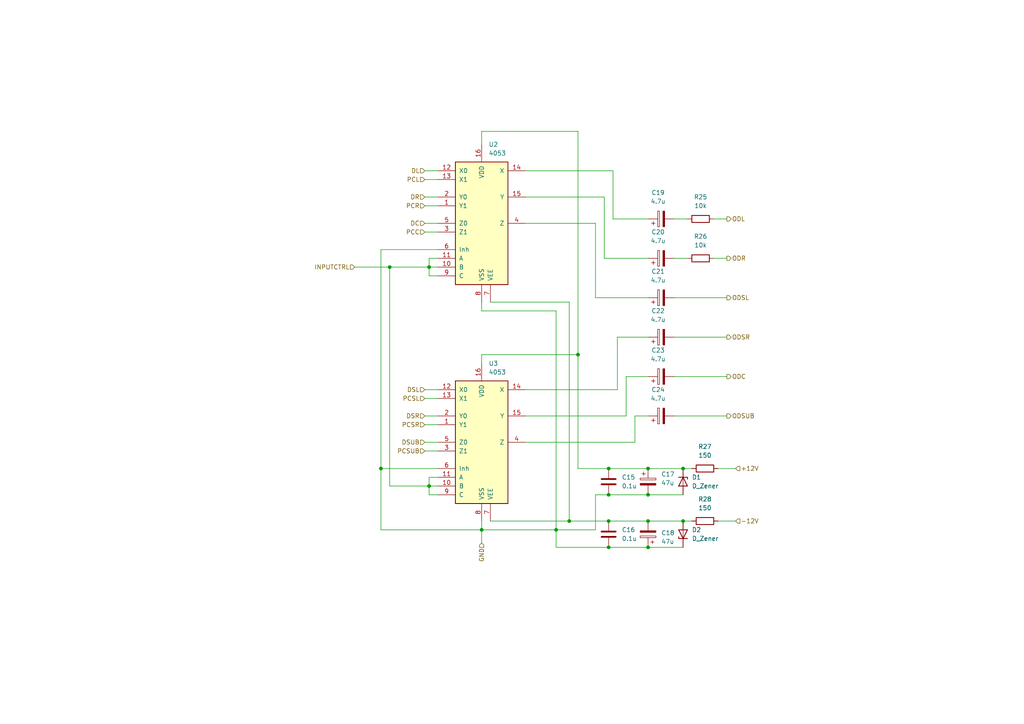
<source format=kicad_sch>
(kicad_sch (version 20230121) (generator eeschema)
  (paper "A4")
  (lib_symbols
    (symbol "4xxx:4053" (pin_names (offset 1.016))
      (property "Reference" "U" (at -7.62 19.05 0))
      (property "Value" "4053" (at -7.62 -19.05 0))
      (symbol "4053_1_0"
        (pin passive line (at -12.7 5.08 0) (length 5.08) (name "Y1") (number "1"))
        (pin input line (at -12.7 -12.7 0) (length 5.08) (name "B") (number "10"))
        (pin input line (at -12.7 -10.16 0) (length 5.08) (name "A") (number "11"))
        (pin passive line (at -12.7 15.24 0) (length 5.08) (name "X0") (number "12"))
        (pin passive line (at -12.7 12.7 0) (length 5.08) (name "X1") (number "13"))
        (pin passive line (at 12.7 15.24 180) (length 5.08) (name "X") (number "14"))
        (pin passive line (at 12.7 7.62 180) (length 5.08) (name "Y") (number "15"))
        (pin power_in line (at 0 22.86 270) (length 5.08) (name "VDD") (number "16"))
        (pin passive line (at -12.7 7.62 0) (length 5.08) (name "Y0") (number "2"))
        (pin passive line (at -12.7 -2.54 0) (length 5.08) (name "Z1") (number "3"))
        (pin passive line (at 12.7 0 180) (length 5.08) (name "Z") (number "4"))
        (pin passive line (at -12.7 0 0) (length 5.08) (name "Z0") (number "5"))
        (pin input line (at -12.7 -7.62 0) (length 5.08) (name "Inh") (number "6"))
        (pin power_in line (at 2.54 -22.86 90) (length 5.08) (name "VEE") (number "7"))
        (pin power_in line (at 0 -22.86 90) (length 5.08) (name "VSS") (number "8"))
        (pin input line (at -12.7 -15.24 0) (length 5.08) (name "C") (number "9"))
      )
      (symbol "4053_1_1"
        (rectangle (start -7.62 17.78) (end 7.62 -17.78) (stroke (width 0.254)) (fill (type background)))
      )
    )
    (symbol "Device:C" (pin_numbers hide) (pin_names (offset 0.254))
      (property "Reference" "C" (at 0.635 2.54 0))
      (property "Value" "C" (at 0.635 -2.54 0))
      (symbol "C_0_1"
        (polyline (pts (xy -2.032 -0.762) (xy 2.032 -0.762)) (stroke (width 0.508)))
        (polyline (pts (xy -2.032 0.762) (xy 2.032 0.762)) (stroke (width 0.508)))
      )
      (symbol "C_1_1"
        (pin passive line (at 0 3.81 270) (length 2.794) (name "~") (number "1"))
        (pin passive line (at 0 -3.81 90) (length 2.794) (name "~") (number "2"))
      )
    )
    (symbol "Device:C_Polarized" (pin_numbers hide) (pin_names (offset 0.254))
      (property "Reference" "C" (at 0.635 2.54 0))
      (property "Value" "C_Polarized" (at 0.635 -2.54 0))
      (symbol "C_Polarized_0_1"
        (rectangle (start -2.286 0.508) (end 2.286 1.016))
        (polyline (pts (xy -1.778 2.286) (xy -0.762 2.286)))
        (polyline (pts (xy -1.27 2.794) (xy -1.27 1.778)))
        (rectangle (start 2.286 -0.508) (end -2.286 -1.016) (fill (type outline)))
      )
      (symbol "C_Polarized_1_1"
        (pin passive line (at 0 3.81 270) (length 2.794) (name "~") (number "1"))
        (pin passive line (at 0 -3.81 90) (length 2.794) (name "~") (number "2"))
      )
    )
    (symbol "Device:D_Zener" (pin_numbers hide) (pin_names (offset 1.016) hide)
      (property "Reference" "D" (at 0 2.54 0))
      (property "Value" "D_Zener" (at 0 -2.54 0))
      (symbol "D_Zener_0_1"
        (polyline (pts (xy 1.27 0) (xy -1.27 0)))
        (polyline (pts (xy -1.27 -1.27) (xy -1.27 1.27) (xy -0.762 1.27)) (stroke (width 0.254)))
        (polyline (pts (xy 1.27 -1.27) (xy 1.27 1.27) (xy -1.27 0) (xy 1.27 -1.27)) (stroke (width 0.254)))
      )
      (symbol "D_Zener_1_1"
        (pin passive line (at -3.81 0 0) (length 2.54) (name "K") (number "1"))
        (pin passive line (at 3.81 0 180) (length 2.54) (name "A") (number "2"))
      )
    )
    (symbol "Device:R" (pin_numbers hide) (pin_names (offset 0))
      (property "Reference" "R" (at 2.032 0 90))
      (property "Value" "R" (at 0 0 90))
      (symbol "R_0_1"
        (rectangle (start -1.016 -2.54) (end 1.016 2.54) (stroke (width 0.254)))
      )
      (symbol "R_1_1"
        (pin passive line (at 0 3.81 270) (length 1.27) (name "~") (number "1"))
        (pin passive line (at 0 -3.81 90) (length 1.27) (name "~") (number "2"))
      )
    )
  )
  (junction (at 139.7 153.67))
  (junction (at 161.29 153.67))
  (junction (at 176.53 158.75))
  (junction (at 198.12 151.13))
  (junction (at 165.1 151.13))
  (junction (at 176.53 151.13))
  (junction (at 124.46 77.47))
  (junction (at 176.53 143.51))
  (junction (at 187.96 158.75))
  (junction (at 124.46 140.97))
  (junction (at 110.49 135.89))
  (junction (at 187.96 135.89))
  (junction (at 198.12 135.89))
  (junction (at 176.53 135.89))
  (junction (at 167.64 102.87))
  (junction (at 113.03 77.47))
  (junction (at 187.96 151.13))
  (junction (at 187.96 143.51))
  (wire (pts (xy 187.96 158.75) (xy 198.12 158.75)))
  (wire (pts (xy 152.4 113.03) (xy 179.07 113.03)))
  (wire (pts (xy 124.46 143.51) (xy 124.46 140.97)))
  (wire (pts (xy 165.1 87.63) (xy 142.24 87.63)))
  (wire (pts (xy 123.19 130.81) (xy 127 130.81)))
  (wire (pts (xy 184.15 120.65) (xy 187.96 120.65)))
  (wire (pts (xy 124.46 77.47) (xy 124.46 80.01)))
  (wire (pts (xy 167.64 102.87) (xy 167.64 38.1)))
  (wire (pts (xy 172.72 64.77) (xy 172.72 86.36)))
  (wire (pts (xy 152.4 64.77) (xy 172.72 64.77)))
  (wire (pts (xy 102.87 77.47) (xy 113.03 77.47)))
  (wire (pts (xy 184.15 128.27) (xy 184.15 120.65)))
  (wire (pts (xy 113.03 77.47) (xy 124.46 77.47)))
  (wire (pts (xy 142.24 151.13) (xy 165.1 151.13)))
  (wire (pts (xy 179.07 97.79) (xy 187.96 97.79)))
  (wire (pts (xy 110.49 135.89) (xy 127 135.89)))
  (wire (pts (xy 208.28 151.13) (xy 213.36 151.13)))
  (wire (pts (xy 124.46 77.47) (xy 127 77.47)))
  (wire (pts (xy 161.29 90.17) (xy 161.29 153.67)))
  (wire (pts (xy 161.29 158.75) (xy 176.53 158.75)))
  (wire (pts (xy 165.1 151.13) (xy 165.1 87.63)))
  (wire (pts (xy 110.49 72.39) (xy 110.49 135.89)))
  (wire (pts (xy 139.7 90.17) (xy 161.29 90.17)))
  (wire (pts (xy 123.19 113.03) (xy 127 113.03)))
  (wire (pts (xy 167.64 135.89) (xy 176.53 135.89)))
  (wire (pts (xy 161.29 153.67) (xy 172.72 153.67)))
  (wire (pts (xy 110.49 153.67) (xy 139.7 153.67)))
  (wire (pts (xy 127 138.43) (xy 124.46 138.43)))
  (wire (pts (xy 123.19 64.77) (xy 127 64.77)))
  (wire (pts (xy 187.96 109.22) (xy 181.61 109.22)))
  (wire (pts (xy 139.7 102.87) (xy 167.64 102.87)))
  (wire (pts (xy 152.4 57.15) (xy 175.26 57.15)))
  (wire (pts (xy 195.58 97.79) (xy 210.82 97.79)))
  (wire (pts (xy 175.26 74.93) (xy 187.96 74.93)))
  (wire (pts (xy 123.19 120.65) (xy 127 120.65)))
  (wire (pts (xy 124.46 140.97) (xy 113.03 140.97)))
  (wire (pts (xy 139.7 87.63) (xy 139.7 90.17)))
  (wire (pts (xy 187.96 151.13) (xy 198.12 151.13)))
  (wire (pts (xy 181.61 120.65) (xy 152.4 120.65)))
  (wire (pts (xy 175.26 57.15) (xy 175.26 74.93)))
  (wire (pts (xy 195.58 63.5) (xy 199.39 63.5)))
  (wire (pts (xy 139.7 153.67) (xy 161.29 153.67)))
  (wire (pts (xy 176.53 158.75) (xy 187.96 158.75)))
  (wire (pts (xy 165.1 151.13) (xy 176.53 151.13)))
  (wire (pts (xy 207.01 74.93) (xy 210.82 74.93)))
  (wire (pts (xy 176.53 135.89) (xy 187.96 135.89)))
  (wire (pts (xy 123.19 52.07) (xy 127 52.07)))
  (wire (pts (xy 139.7 38.1) (xy 139.7 41.91)))
  (wire (pts (xy 139.7 105.41) (xy 139.7 102.87)))
  (wire (pts (xy 124.46 138.43) (xy 124.46 140.97)))
  (wire (pts (xy 123.19 57.15) (xy 127 57.15)))
  (wire (pts (xy 198.12 151.13) (xy 200.66 151.13)))
  (wire (pts (xy 152.4 128.27) (xy 184.15 128.27)))
  (wire (pts (xy 127 143.51) (xy 124.46 143.51)))
  (wire (pts (xy 167.64 102.87) (xy 167.64 135.89)))
  (wire (pts (xy 123.19 128.27) (xy 127 128.27)))
  (wire (pts (xy 124.46 140.97) (xy 127 140.97)))
  (wire (pts (xy 179.07 113.03) (xy 179.07 97.79)))
  (wire (pts (xy 123.19 67.31) (xy 127 67.31)))
  (wire (pts (xy 152.4 49.53) (xy 177.8 49.53)))
  (wire (pts (xy 123.19 123.19) (xy 127 123.19)))
  (wire (pts (xy 176.53 143.51) (xy 187.96 143.51)))
  (wire (pts (xy 139.7 153.67) (xy 139.7 157.48)))
  (wire (pts (xy 172.72 153.67) (xy 172.72 143.51)))
  (wire (pts (xy 113.03 140.97) (xy 113.03 77.47)))
  (wire (pts (xy 176.53 151.13) (xy 187.96 151.13)))
  (wire (pts (xy 124.46 80.01) (xy 127 80.01)))
  (wire (pts (xy 195.58 109.22) (xy 210.82 109.22)))
  (wire (pts (xy 127 74.93) (xy 124.46 74.93)))
  (wire (pts (xy 123.19 49.53) (xy 127 49.53)))
  (wire (pts (xy 195.58 120.65) (xy 210.82 120.65)))
  (wire (pts (xy 172.72 86.36) (xy 187.96 86.36)))
  (wire (pts (xy 127 72.39) (xy 110.49 72.39)))
  (wire (pts (xy 207.01 63.5) (xy 210.82 63.5)))
  (wire (pts (xy 187.96 135.89) (xy 198.12 135.89)))
  (wire (pts (xy 161.29 153.67) (xy 161.29 158.75)))
  (wire (pts (xy 181.61 109.22) (xy 181.61 120.65)))
  (wire (pts (xy 187.96 143.51) (xy 198.12 143.51)))
  (wire (pts (xy 208.28 135.89) (xy 213.36 135.89)))
  (wire (pts (xy 195.58 74.93) (xy 199.39 74.93)))
  (wire (pts (xy 172.72 143.51) (xy 176.53 143.51)))
  (wire (pts (xy 123.19 59.69) (xy 127 59.69)))
  (wire (pts (xy 110.49 135.89) (xy 110.49 153.67)))
  (wire (pts (xy 139.7 151.13) (xy 139.7 153.67)))
  (wire (pts (xy 167.64 38.1) (xy 139.7 38.1)))
  (wire (pts (xy 177.8 49.53) (xy 177.8 63.5)))
  (wire (pts (xy 124.46 74.93) (xy 124.46 77.47)))
  (wire (pts (xy 198.12 135.89) (xy 200.66 135.89)))
  (wire (pts (xy 195.58 86.36) (xy 210.82 86.36)))
  (wire (pts (xy 177.8 63.5) (xy 187.96 63.5)))
  (wire (pts (xy 123.19 115.57) (xy 127 115.57)))
  (hierarchical_label "PCL" (shape input) (at 123.19 52.07 180))
  (hierarchical_label "INPUTCTRL" (shape input) (at 102.87 77.47 180))
  (hierarchical_label "PCSR" (shape input) (at 123.19 123.19 180))
  (hierarchical_label "ODSUB" (shape output) (at 210.82 120.65 0))
  (hierarchical_label "ODC" (shape output) (at 210.82 109.22 0))
  (hierarchical_label "ODSL" (shape output) (at 210.82 86.36 0))
  (hierarchical_label "PCC" (shape input) (at 123.19 67.31 180))
  (hierarchical_label "ODSR" (shape output) (at 210.82 97.79 0))
  (hierarchical_label "+12V" (shape input) (at 213.36 135.89 0))
  (hierarchical_label "DC" (shape input) (at 123.19 64.77 180))
  (hierarchical_label "ODR" (shape output) (at 210.82 74.93 0))
  (hierarchical_label "DSR" (shape input) (at 123.19 120.65 180))
  (hierarchical_label "DSUB" (shape input) (at 123.19 128.27 180))
  (hierarchical_label "DR" (shape input) (at 123.19 57.15 180))
  (hierarchical_label "ODL" (shape output) (at 210.82 63.5 0))
  (hierarchical_label "DL" (shape input) (at 123.19 49.53 180))
  (hierarchical_label "PCSL" (shape input) (at 123.19 115.57 180))
  (hierarchical_label "DSL" (shape input) (at 123.19 113.03 180))
  (hierarchical_label "PCSUB" (shape input) (at 123.19 130.81 180))
  (hierarchical_label "-12V" (shape input) (at 213.36 151.13 0))
  (hierarchical_label "GND" (shape input) (at 139.7 157.48 270))
  (hierarchical_label "PCR" (shape input) (at 123.19 59.69 180))
  (symbol (lib_id "Device:R") (at 204.47 151.13 90) (unit 1)
    (property "Reference" "R28" (at 204.47 144.78 90))
    (property "Value" "150" (at 204.47 147.32 90))
  )
  (symbol (lib_id "Device:C_Polarized") (at 191.77 86.36 90) (unit 1)
    (property "Reference" "C21" (at 190.881 78.74 90))
    (property "Value" "4.7u" (at 190.881 81.28 90))
  )
  (symbol (lib_id "Device:C") (at 176.53 154.94 0) (unit 1)
    (property "Reference" "C16" (at 180.34 153.6699 0) (effects (justify left)))
    (property "Value" "0.1u" (at 180.34 156.2099 0) (effects (justify left)))
    (property "Sim.Device" "SPICE" (effects hide))
    (property "Sim.Params" "type=\"C\" model=\"0.1u\" lib=\"\"" (effects hide))
    (property "Sim.Pins" "1=1 2=2" (effects hide))
  )
  (symbol (lib_id "Device:C_Polarized") (at 191.77 97.79 90) (unit 1)
    (property "Reference" "C22" (at 190.881 90.17 90))
    (property "Value" "4.7u" (at 190.881 92.71 90))
  )
  (symbol (lib_id "Device:C") (at 176.53 139.7 0) (unit 1)
    (property "Reference" "C15" (at 180.34 138.4299 0) (effects (justify left)))
    (property "Value" "0.1u" (at 180.34 140.9699 0) (effects (justify left)))
    (property "Sim.Device" "SPICE" (effects hide))
    (property "Sim.Params" "type=\"C\" model=\"0.1u\" lib=\"\"" (effects hide))
    (property "Sim.Pins" "1=1 2=2" (effects hide))
  )
  (symbol (lib_id "Device:D_Zener") (at 198.12 139.7 270) (unit 1)
    (property "Reference" "D1" (at 200.66 138.4299 90) (effects (justify left)))
    (property "Value" "D_Zener" (at 200.66 140.9699 90) (effects (justify left)))
  )
  (symbol (lib_id "Device:R") (at 203.2 74.93 90) (unit 1)
    (property "Reference" "R26" (at 203.2 68.58 90))
    (property "Value" "10k" (at 203.2 71.12 90))
  )
  (symbol (lib_id "Device:C_Polarized") (at 191.77 63.5 90) (unit 1)
    (property "Reference" "C19" (at 190.881 55.88 90))
    (property "Value" "4.7u" (at 190.881 58.42 90))
  )
  (symbol (lib_id "Device:C_Polarized") (at 187.96 139.7 0) (unit 1)
    (property "Reference" "C17" (at 191.77 137.5409 0) (effects (justify left)))
    (property "Value" "47u" (at 191.77 140.0809 0) (effects (justify left)))
  )
  (symbol (lib_id "Device:C_Polarized") (at 187.96 154.94 180) (unit 1)
    (property "Reference" "C18" (at 191.77 154.5589 0) (effects (justify right)))
    (property "Value" "47u" (at 191.77 157.0989 0) (effects (justify right)))
  )
  (symbol (lib_id "Device:R") (at 203.2 63.5 90) (unit 1)
    (property "Reference" "R25" (at 203.2 57.15 90))
    (property "Value" "10k" (at 203.2 59.69 90))
  )
  (symbol (lib_id "4xxx:4053") (at 139.7 128.27 0) (unit 1)
    (property "Reference" "U3" (at 141.7194 105.41 0) (effects (justify left)))
    (property "Value" "4053" (at 141.7194 107.95 0) (effects (justify left)))
    (property "Datasheet" "http://www.intersil.com/content/dam/Intersil/documents/cd40/cd4051bms-52bms-53bms.pdf" (effects hide))
  )
  (symbol (lib_id "Device:C_Polarized") (at 191.77 74.93 90) (unit 1)
    (property "Reference" "C20" (at 190.881 67.31 90))
    (property "Value" "4.7u" (at 190.881 69.85 90))
  )
  (symbol (lib_id "4xxx:4053") (at 139.7 64.77 0) (unit 1)
    (property "Reference" "U2" (at 141.7194 41.91 0) (effects (justify left)))
    (property "Value" "4053" (at 141.7194 44.45 0) (effects (justify left)))
    (property "Datasheet" "http://www.intersil.com/content/dam/Intersil/documents/cd40/cd4051bms-52bms-53bms.pdf" (effects hide))
  )
  (symbol (lib_id "Device:C_Polarized") (at 191.77 120.65 90) (unit 1)
    (property "Reference" "C24" (at 190.881 113.03 90))
    (property "Value" "4.7u" (at 190.881 115.57 90))
  )
  (symbol (lib_id "Device:C_Polarized") (at 191.77 109.22 90) (unit 1)
    (property "Reference" "C23" (at 190.881 101.6 90))
    (property "Value" "4.7u" (at 190.881 104.14 90))
  )
  (symbol (lib_id "Device:R") (at 204.47 135.89 90) (unit 1)
    (property "Reference" "R27" (at 204.47 129.54 90))
    (property "Value" "150" (at 204.47 132.08 90))
  )
  (symbol (lib_id "Device:D_Zener") (at 198.12 154.94 90) (unit 1)
    (property "Reference" "D2" (at 200.66 153.6699 90) (effects (justify right)))
    (property "Value" "D_Zener" (at 200.66 156.2099 90) (effects (justify right)))
  )
)
</source>
